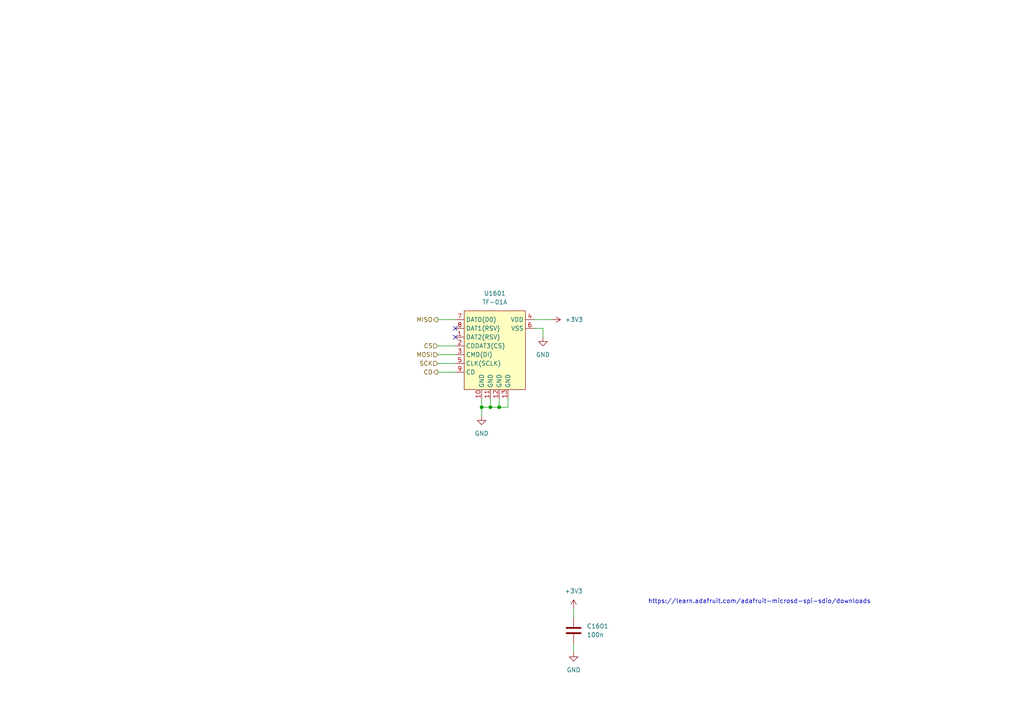
<source format=kicad_sch>
(kicad_sch (version 20211123) (generator eeschema)

  (uuid 8fd3a365-ba5c-4d1b-8137-92cc5fc3d5de)

  (paper "A4")

  (lib_symbols
    (symbol "Device:C" (pin_numbers hide) (pin_names (offset 0.254)) (in_bom yes) (on_board yes)
      (property "Reference" "C" (id 0) (at 0.635 2.54 0)
        (effects (font (size 1.27 1.27)) (justify left))
      )
      (property "Value" "C" (id 1) (at 0.635 -2.54 0)
        (effects (font (size 1.27 1.27)) (justify left))
      )
      (property "Footprint" "" (id 2) (at 0.9652 -3.81 0)
        (effects (font (size 1.27 1.27)) hide)
      )
      (property "Datasheet" "~" (id 3) (at 0 0 0)
        (effects (font (size 1.27 1.27)) hide)
      )
      (property "ki_keywords" "cap capacitor" (id 4) (at 0 0 0)
        (effects (font (size 1.27 1.27)) hide)
      )
      (property "ki_description" "Unpolarized capacitor" (id 5) (at 0 0 0)
        (effects (font (size 1.27 1.27)) hide)
      )
      (property "ki_fp_filters" "C_*" (id 6) (at 0 0 0)
        (effects (font (size 1.27 1.27)) hide)
      )
      (symbol "C_0_1"
        (polyline
          (pts
            (xy -2.032 -0.762)
            (xy 2.032 -0.762)
          )
          (stroke (width 0.508) (type default) (color 0 0 0 0))
          (fill (type none))
        )
        (polyline
          (pts
            (xy -2.032 0.762)
            (xy 2.032 0.762)
          )
          (stroke (width 0.508) (type default) (color 0 0 0 0))
          (fill (type none))
        )
      )
      (symbol "C_1_1"
        (pin passive line (at 0 3.81 270) (length 2.794)
          (name "~" (effects (font (size 1.27 1.27))))
          (number "1" (effects (font (size 1.27 1.27))))
        )
        (pin passive line (at 0 -3.81 90) (length 2.794)
          (name "~" (effects (font (size 1.27 1.27))))
          (number "2" (effects (font (size 1.27 1.27))))
        )
      )
    )
    (symbol "power:+3V3" (power) (pin_names (offset 0)) (in_bom yes) (on_board yes)
      (property "Reference" "#PWR" (id 0) (at 0 -3.81 0)
        (effects (font (size 1.27 1.27)) hide)
      )
      (property "Value" "+3V3" (id 1) (at 0 3.556 0)
        (effects (font (size 1.27 1.27)))
      )
      (property "Footprint" "" (id 2) (at 0 0 0)
        (effects (font (size 1.27 1.27)) hide)
      )
      (property "Datasheet" "" (id 3) (at 0 0 0)
        (effects (font (size 1.27 1.27)) hide)
      )
      (property "ki_keywords" "power-flag" (id 4) (at 0 0 0)
        (effects (font (size 1.27 1.27)) hide)
      )
      (property "ki_description" "Power symbol creates a global label with name \"+3V3\"" (id 5) (at 0 0 0)
        (effects (font (size 1.27 1.27)) hide)
      )
      (symbol "+3V3_0_1"
        (polyline
          (pts
            (xy -0.762 1.27)
            (xy 0 2.54)
          )
          (stroke (width 0) (type default) (color 0 0 0 0))
          (fill (type none))
        )
        (polyline
          (pts
            (xy 0 0)
            (xy 0 2.54)
          )
          (stroke (width 0) (type default) (color 0 0 0 0))
          (fill (type none))
        )
        (polyline
          (pts
            (xy 0 2.54)
            (xy 0.762 1.27)
          )
          (stroke (width 0) (type default) (color 0 0 0 0))
          (fill (type none))
        )
      )
      (symbol "+3V3_1_1"
        (pin power_in line (at 0 0 90) (length 0) hide
          (name "+3V3" (effects (font (size 1.27 1.27))))
          (number "1" (effects (font (size 1.27 1.27))))
        )
      )
    )
    (symbol "power:GND" (power) (pin_names (offset 0)) (in_bom yes) (on_board yes)
      (property "Reference" "#PWR" (id 0) (at 0 -6.35 0)
        (effects (font (size 1.27 1.27)) hide)
      )
      (property "Value" "GND" (id 1) (at 0 -3.81 0)
        (effects (font (size 1.27 1.27)))
      )
      (property "Footprint" "" (id 2) (at 0 0 0)
        (effects (font (size 1.27 1.27)) hide)
      )
      (property "Datasheet" "" (id 3) (at 0 0 0)
        (effects (font (size 1.27 1.27)) hide)
      )
      (property "ki_keywords" "power-flag" (id 4) (at 0 0 0)
        (effects (font (size 1.27 1.27)) hide)
      )
      (property "ki_description" "Power symbol creates a global label with name \"GND\" , ground" (id 5) (at 0 0 0)
        (effects (font (size 1.27 1.27)) hide)
      )
      (symbol "GND_0_1"
        (polyline
          (pts
            (xy 0 0)
            (xy 0 -1.27)
            (xy 1.27 -1.27)
            (xy 0 -2.54)
            (xy -1.27 -1.27)
            (xy 0 -1.27)
          )
          (stroke (width 0) (type default) (color 0 0 0 0))
          (fill (type none))
        )
      )
      (symbol "GND_1_1"
        (pin power_in line (at 0 0 270) (length 0) hide
          (name "GND" (effects (font (size 1.27 1.27))))
          (number "1" (effects (font (size 1.27 1.27))))
        )
      )
    )
    (symbol "sd:TF-01A" (in_bom yes) (on_board yes)
      (property "Reference" "U" (id 0) (at 0 5.08 0)
        (effects (font (size 1.27 1.27)))
      )
      (property "Value" "TF-01A" (id 1) (at 0 2.54 0)
        (effects (font (size 1.27 1.27)))
      )
      (property "Footprint" "" (id 2) (at 0 0 0)
        (effects (font (size 1.27 1.27)) hide)
      )
      (property "Datasheet" "" (id 3) (at 0 0 0)
        (effects (font (size 1.27 1.27)) hide)
      )
      (symbol "TF-01A_0_1"
        (rectangle (start -7.62 1.27) (end 10.16 -21.59)
          (stroke (width 0) (type default) (color 0 0 0 0))
          (fill (type background))
        )
      )
      (symbol "TF-01A_1_1"
        (pin input line (at -10.16 -6.35 0) (length 2.54)
          (name "DAT2(RSV)" (effects (font (size 1.27 1.27))))
          (number "1" (effects (font (size 1.27 1.27))))
        )
        (pin input line (at -2.54 -24.13 90) (length 2.54)
          (name "GND" (effects (font (size 1.27 1.27))))
          (number "10" (effects (font (size 1.27 1.27))))
        )
        (pin input line (at 0 -24.13 90) (length 2.54)
          (name "GND" (effects (font (size 1.27 1.27))))
          (number "11" (effects (font (size 1.27 1.27))))
        )
        (pin input line (at 2.54 -24.13 90) (length 2.54)
          (name "GND" (effects (font (size 1.27 1.27))))
          (number "12" (effects (font (size 1.27 1.27))))
        )
        (pin input line (at 5.08 -24.13 90) (length 2.54)
          (name "GND" (effects (font (size 1.27 1.27))))
          (number "13" (effects (font (size 1.27 1.27))))
        )
        (pin input line (at -10.16 -8.89 0) (length 2.54)
          (name "CDDAT3(CS)" (effects (font (size 1.27 1.27))))
          (number "2" (effects (font (size 1.27 1.27))))
        )
        (pin input line (at -10.16 -11.43 0) (length 2.54)
          (name "CMD(DI)" (effects (font (size 1.27 1.27))))
          (number "3" (effects (font (size 1.27 1.27))))
        )
        (pin input line (at 12.7 -1.27 180) (length 2.54)
          (name "VDD" (effects (font (size 1.27 1.27))))
          (number "4" (effects (font (size 1.27 1.27))))
        )
        (pin input line (at -10.16 -13.97 0) (length 2.54)
          (name "CLK(SCLK)" (effects (font (size 1.27 1.27))))
          (number "5" (effects (font (size 1.27 1.27))))
        )
        (pin input line (at 12.7 -3.81 180) (length 2.54)
          (name "VSS" (effects (font (size 1.27 1.27))))
          (number "6" (effects (font (size 1.27 1.27))))
        )
        (pin output line (at -10.16 -1.27 0) (length 2.54)
          (name "DAT0(D0)" (effects (font (size 1.27 1.27))))
          (number "7" (effects (font (size 1.27 1.27))))
        )
        (pin input line (at -10.16 -3.81 0) (length 2.54)
          (name "DAT1(RSV)" (effects (font (size 1.27 1.27))))
          (number "8" (effects (font (size 1.27 1.27))))
        )
        (pin output line (at -10.16 -16.51 0) (length 2.54)
          (name "CD" (effects (font (size 1.27 1.27))))
          (number "9" (effects (font (size 1.27 1.27))))
        )
      )
    )
  )

  (junction (at 144.78 118.11) (diameter 0) (color 0 0 0 0)
    (uuid 21040ba0-fedd-449a-a952-c53e503e9d08)
  )
  (junction (at 142.24 118.11) (diameter 0) (color 0 0 0 0)
    (uuid 60612e28-733f-43dd-8c2d-c91b1e68bb9c)
  )
  (junction (at 139.7 118.11) (diameter 0) (color 0 0 0 0)
    (uuid df71a1d3-1e94-450f-a70b-24051db3016d)
  )

  (no_connect (at 132.08 97.79) (uuid 346e487c-cb36-46a4-8c3b-ae9bf6f83968))
  (no_connect (at 132.08 95.25) (uuid 346e487c-cb36-46a4-8c3b-ae9bf6f83969))

  (wire (pts (xy 147.32 118.11) (xy 147.32 115.57))
    (stroke (width 0) (type default) (color 0 0 0 0))
    (uuid 01820f85-01c9-41a3-8602-f581f53de951)
  )
  (wire (pts (xy 166.37 176.53) (xy 166.37 179.07))
    (stroke (width 0) (type default) (color 0 0 0 0))
    (uuid 0e14674d-ab35-4a44-9170-1776949f616d)
  )
  (wire (pts (xy 139.7 115.57) (xy 139.7 118.11))
    (stroke (width 0) (type default) (color 0 0 0 0))
    (uuid 35fc1e24-5329-4c1d-b7af-13528244e565)
  )
  (wire (pts (xy 139.7 118.11) (xy 142.24 118.11))
    (stroke (width 0) (type default) (color 0 0 0 0))
    (uuid 3a84bc2b-5442-4be9-8c81-202443040104)
  )
  (wire (pts (xy 166.37 186.69) (xy 166.37 189.23))
    (stroke (width 0) (type default) (color 0 0 0 0))
    (uuid 3d657470-2f6a-4453-a6c3-5c15ad7333d5)
  )
  (wire (pts (xy 127 107.95) (xy 132.08 107.95))
    (stroke (width 0) (type default) (color 0 0 0 0))
    (uuid 3f6ee1be-db41-44f0-94c3-410b3a468ae5)
  )
  (wire (pts (xy 144.78 118.11) (xy 144.78 115.57))
    (stroke (width 0) (type default) (color 0 0 0 0))
    (uuid 570d1dd1-b2f0-4c10-bde4-a379345878bb)
  )
  (wire (pts (xy 144.78 118.11) (xy 147.32 118.11))
    (stroke (width 0) (type default) (color 0 0 0 0))
    (uuid 6b1b4316-2476-420d-a261-a1740e40aa82)
  )
  (wire (pts (xy 157.48 95.25) (xy 157.48 97.79))
    (stroke (width 0) (type default) (color 0 0 0 0))
    (uuid 717f2a93-ebf2-418d-b4b8-15828626cde2)
  )
  (wire (pts (xy 127 92.71) (xy 132.08 92.71))
    (stroke (width 0) (type default) (color 0 0 0 0))
    (uuid 7ce6cfc5-816b-4cef-8675-3506e81e1f84)
  )
  (wire (pts (xy 142.24 118.11) (xy 144.78 118.11))
    (stroke (width 0) (type default) (color 0 0 0 0))
    (uuid aedc898f-f8a8-474a-a743-b86feb7e373d)
  )
  (wire (pts (xy 139.7 118.11) (xy 139.7 120.65))
    (stroke (width 0) (type default) (color 0 0 0 0))
    (uuid b680c162-41f5-4f24-a5bc-eb1812d60049)
  )
  (wire (pts (xy 142.24 118.11) (xy 142.24 115.57))
    (stroke (width 0) (type default) (color 0 0 0 0))
    (uuid bd553fbc-b690-4b4c-bd43-d1dcd485e8c3)
  )
  (wire (pts (xy 154.94 95.25) (xy 157.48 95.25))
    (stroke (width 0) (type default) (color 0 0 0 0))
    (uuid cbee4377-1143-4b4e-92b1-d19f19434aee)
  )
  (wire (pts (xy 127 102.87) (xy 132.08 102.87))
    (stroke (width 0) (type default) (color 0 0 0 0))
    (uuid cd6e77a3-38c0-4287-ba53-927a4a6f6c31)
  )
  (wire (pts (xy 160.02 92.71) (xy 154.94 92.71))
    (stroke (width 0) (type default) (color 0 0 0 0))
    (uuid e7003014-d408-452b-9330-5364039963fb)
  )
  (wire (pts (xy 127 105.41) (xy 132.08 105.41))
    (stroke (width 0) (type default) (color 0 0 0 0))
    (uuid e88b097a-0ac1-4dfc-bd72-cf28b3b7fe75)
  )
  (wire (pts (xy 127 100.33) (xy 132.08 100.33))
    (stroke (width 0) (type default) (color 0 0 0 0))
    (uuid f6ec77ec-504a-4f06-a587-b21baa19749c)
  )

  (text "https://learn.adafruit.com/adafruit-microsd-spi-sdio/downloads"
    (at 187.96 175.26 0)
    (effects (font (size 1.27 1.27)) (justify left bottom))
    (uuid 1a3dca5e-9f4a-44a8-b3e2-f1721faa1094)
  )

  (hierarchical_label "MISO" (shape output) (at 127 92.71 180)
    (effects (font (size 1.27 1.27)) (justify right))
    (uuid 0b96ed08-aad3-43b4-84bf-03661d7ac92b)
  )
  (hierarchical_label "SCK" (shape input) (at 127 105.41 180)
    (effects (font (size 1.27 1.27)) (justify right))
    (uuid 1eb16e66-5ad6-4cfd-891d-4d05beb560cf)
  )
  (hierarchical_label "MOSI" (shape input) (at 127 102.87 180)
    (effects (font (size 1.27 1.27)) (justify right))
    (uuid 8325025b-6a6a-46c4-a27f-8381138b675e)
  )
  (hierarchical_label "CS" (shape input) (at 127 100.33 180)
    (effects (font (size 1.27 1.27)) (justify right))
    (uuid a0f40eb8-f481-4d37-bf63-a152ac125b03)
  )
  (hierarchical_label "CD" (shape output) (at 127 107.95 180)
    (effects (font (size 1.27 1.27)) (justify right))
    (uuid a258d556-1d09-460b-8426-e32fe75029ce)
  )

  (symbol (lib_id "power:+3V3") (at 160.02 92.71 270) (unit 1)
    (in_bom yes) (on_board yes) (fields_autoplaced)
    (uuid 364244d9-714f-42f4-9e4f-f0c8fa430d5a)
    (property "Reference" "#PWR0137" (id 0) (at 156.21 92.71 0)
      (effects (font (size 1.27 1.27)) hide)
    )
    (property "Value" "+3V3" (id 1) (at 163.83 92.7101 90)
      (effects (font (size 1.27 1.27)) (justify left))
    )
    (property "Footprint" "" (id 2) (at 160.02 92.71 0)
      (effects (font (size 1.27 1.27)) hide)
    )
    (property "Datasheet" "" (id 3) (at 160.02 92.71 0)
      (effects (font (size 1.27 1.27)) hide)
    )
    (pin "1" (uuid b7c069ca-9f04-4523-b237-5e6db7c8d6a8))
  )

  (symbol (lib_id "Device:C") (at 166.37 182.88 0) (unit 1)
    (in_bom yes) (on_board yes) (fields_autoplaced)
    (uuid 678d215b-07bf-4c2a-b9d4-dadec79a97e6)
    (property "Reference" "C1601" (id 0) (at 170.18 181.6099 0)
      (effects (font (size 1.27 1.27)) (justify left))
    )
    (property "Value" "100n" (id 1) (at 170.18 184.1499 0)
      (effects (font (size 1.27 1.27)) (justify left))
    )
    (property "Footprint" "Capacitor_SMD:C_0603_1608Metric" (id 2) (at 167.3352 186.69 0)
      (effects (font (size 1.27 1.27)) hide)
    )
    (property "Datasheet" "~" (id 3) (at 166.37 182.88 0)
      (effects (font (size 1.27 1.27)) hide)
    )
    (pin "1" (uuid 9e9224c9-de56-44e9-994a-ee93d4065654))
    (pin "2" (uuid f0fe827d-f777-4bd3-9ba6-a74357addcbf))
  )

  (symbol (lib_id "power:+3V3") (at 166.37 176.53 0) (unit 1)
    (in_bom yes) (on_board yes) (fields_autoplaced)
    (uuid 9f27179e-d350-4f24-bf52-36bbf4ba6b99)
    (property "Reference" "#PWR01604" (id 0) (at 166.37 180.34 0)
      (effects (font (size 1.27 1.27)) hide)
    )
    (property "Value" "+3V3" (id 1) (at 166.37 171.45 0))
    (property "Footprint" "" (id 2) (at 166.37 176.53 0)
      (effects (font (size 1.27 1.27)) hide)
    )
    (property "Datasheet" "" (id 3) (at 166.37 176.53 0)
      (effects (font (size 1.27 1.27)) hide)
    )
    (pin "1" (uuid 9d590871-64af-4172-9aa9-81c90999a09a))
  )

  (symbol (lib_id "power:GND") (at 139.7 120.65 0) (unit 1)
    (in_bom yes) (on_board yes) (fields_autoplaced)
    (uuid b8ba4657-58c5-4774-aae4-a9f0a3130e08)
    (property "Reference" "#PWR0136" (id 0) (at 139.7 127 0)
      (effects (font (size 1.27 1.27)) hide)
    )
    (property "Value" "GND" (id 1) (at 139.7 125.73 0))
    (property "Footprint" "" (id 2) (at 139.7 120.65 0)
      (effects (font (size 1.27 1.27)) hide)
    )
    (property "Datasheet" "" (id 3) (at 139.7 120.65 0)
      (effects (font (size 1.27 1.27)) hide)
    )
    (pin "1" (uuid a11d027d-b686-41cd-a3f7-aa5ca68d5ed3))
  )

  (symbol (lib_id "power:GND") (at 166.37 189.23 0) (unit 1)
    (in_bom yes) (on_board yes) (fields_autoplaced)
    (uuid c3c872eb-7f85-4bf4-bece-3e560e8df967)
    (property "Reference" "#PWR01605" (id 0) (at 166.37 195.58 0)
      (effects (font (size 1.27 1.27)) hide)
    )
    (property "Value" "GND" (id 1) (at 166.37 194.31 0))
    (property "Footprint" "" (id 2) (at 166.37 189.23 0)
      (effects (font (size 1.27 1.27)) hide)
    )
    (property "Datasheet" "" (id 3) (at 166.37 189.23 0)
      (effects (font (size 1.27 1.27)) hide)
    )
    (pin "1" (uuid 669d3506-8095-4001-9b9f-e9e7784f7be0))
  )

  (symbol (lib_id "power:GND") (at 157.48 97.79 0) (unit 1)
    (in_bom yes) (on_board yes) (fields_autoplaced)
    (uuid d8a28c7d-8e89-4c99-9127-6bc05a49c338)
    (property "Reference" "#PWR0138" (id 0) (at 157.48 104.14 0)
      (effects (font (size 1.27 1.27)) hide)
    )
    (property "Value" "GND" (id 1) (at 157.48 102.87 0))
    (property "Footprint" "" (id 2) (at 157.48 97.79 0)
      (effects (font (size 1.27 1.27)) hide)
    )
    (property "Datasheet" "" (id 3) (at 157.48 97.79 0)
      (effects (font (size 1.27 1.27)) hide)
    )
    (pin "1" (uuid 9d646f05-28f1-4bb9-95d3-ed2a55ea9e7d))
  )

  (symbol (lib_id "sd:TF-01A") (at 142.24 91.44 0) (unit 1)
    (in_bom yes) (on_board yes) (fields_autoplaced)
    (uuid fd2ae473-d2ec-4239-94a0-f1745301a784)
    (property "Reference" "U1601" (id 0) (at 143.51 85.09 0))
    (property "Value" "TF-01A" (id 1) (at 143.51 87.63 0))
    (property "Footprint" "SD:FT-01A" (id 2) (at 142.24 91.44 0)
      (effects (font (size 1.27 1.27)) hide)
    )
    (property "Datasheet" "" (id 3) (at 142.24 91.44 0)
      (effects (font (size 1.27 1.27)) hide)
    )
    (pin "1" (uuid 4dcd6513-4a10-4b36-bd5b-0d604dca0306))
    (pin "10" (uuid 96dea438-cef5-46f9-b11d-7c3e68d94c10))
    (pin "11" (uuid eef02c23-0dcd-4387-a87b-d8e5f961b7ca))
    (pin "12" (uuid 07714ce4-062e-4726-a4da-14f52b4a1a0d))
    (pin "13" (uuid b25d7b2a-7fd2-4520-9ae0-c2c11617e2fa))
    (pin "2" (uuid 6357d9a6-e0ad-45fe-b755-5192dccb7036))
    (pin "3" (uuid 74cd5ef4-b82f-440d-8acf-caf2e84cd6e9))
    (pin "4" (uuid eab213ba-4935-47b7-b0ac-6f5814b1a662))
    (pin "5" (uuid 300ecc29-536d-4f30-8a67-85064cd9d01e))
    (pin "6" (uuid 91b73109-9c50-4d2c-8dc8-3f8b0cba9f5b))
    (pin "7" (uuid a7aecc71-770b-4159-a13d-22e0a39a9be2))
    (pin "8" (uuid 742b1274-56b0-4306-abe3-71c3829b703b))
    (pin "9" (uuid 94059a1b-01c2-4636-868c-316815079b5a))
  )
)

</source>
